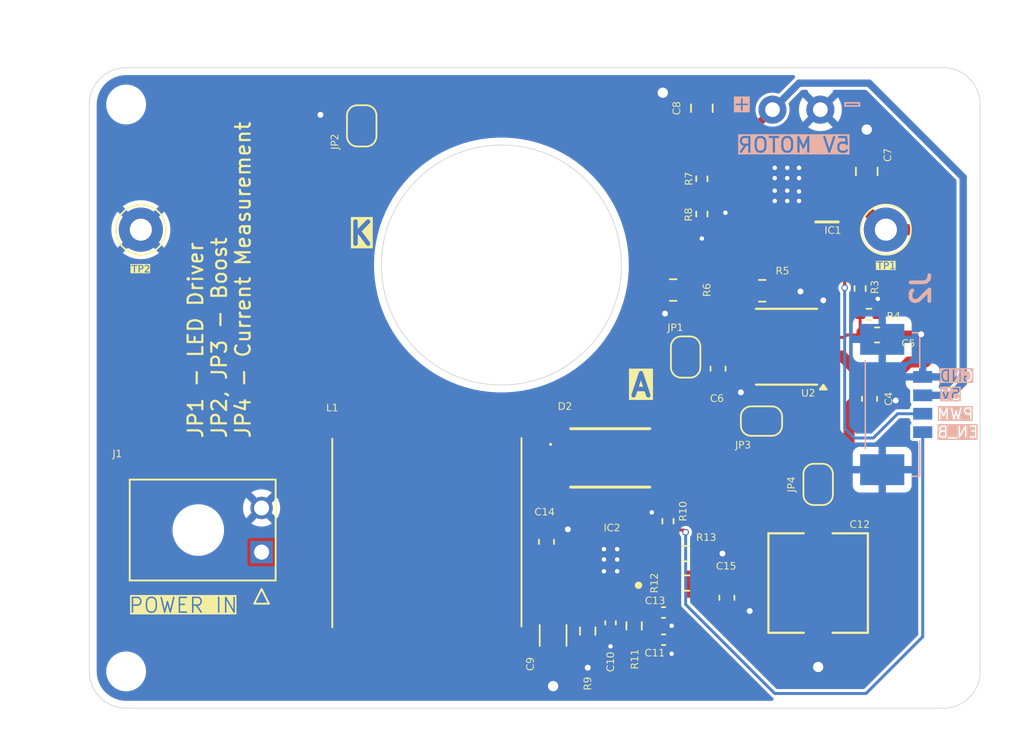
<source format=kicad_pcb>
(kicad_pcb (version 20241229) (generator "pcbnew") (generator_version "9.0")
  (layers (0 "F.Cu" signal) (2 "B.Cu" signal) (13 "F.Paste" user) (15 "B.Paste" user) (5 "F.SilkS" user "F.Silkscreen") (7 "B.SilkS" user "B.Silkscreen") (1 "F.Mask" user) (3 "B.Mask" user) (25 "Edge.Cuts" user))
  (net 0 "")
  (net 1 "GND")
  (net 2 "6V")
  (net 3 "Net-(U2-EN)")
  (net 4 "/LED Driver/ANODE")
  (net 5 "5V")
  (net 6 "V_BAT")
  (net 7 "Net-(IC2-SS)")
  (net 8 "Net-(IC2-COMP)")
  (net 9 "/LED Driver/CATHODE")
  (net 10 "Net-(D1-A)")
  (net 11 "Net-(IC1-FB)")
  (net 15 "Net-(IC2-CLRES{slash}FREQ)")
  (net 16 "GPIO_BOOST_EN")
  (net 17 "Net-(IC2-FB)")
  (net 18 "GPIO_PWM_LED")
  (net 19 "Net-(C11-Pad1)")
  (net 20 "Net-(D2-COM_K)")
  (net 21 "Net-(D2-A_1)")
  (footprint "Resistor_SMD:R_0402_1005Metric_Pad0.72x0.64mm_HandSolder" (layer "F.Cu") (at 101.1 43.94 -90)
    (property "Reference" "R8" (at 0.035 0.875 90) (layer "F.SilkS") (effects (font (size 0.5 0.5) (thickness 0.1))))
    (property "Value" "30.1k")
    (pad "1" smd roundrect (at -0.5975 0 270) (size 0.715 0.64) (layers "F.Cu" "F.Mask" "F.Paste") (net 11 "Net-(IC1-FB)"))
    (pad "2" smd roundrect (at 0.5975 0 270) (size 0.715 0.64) (layers "F.Cu" "F.Mask" "F.Paste") (net 1 "GND"))
  )
  (footprint "pcb_front_footprints:LED_Cree-XHP50_6V" (layer "F.Cu") (at 87.488447 47.399999 180)
    (property "Reference" "D1" (hide yes))
    (property "Value" "LED_Cree_XHP50_6V" (hide yes))
    (pad "1" smd circle (at 9.5 5 270) (size 3 3) (layers "F.Cu" "F.Mask" "F.Paste") (net 9 "/LED Driver/CATHODE"))
    (pad "2" smd circle (at -9.5 -5 270) (size 3 3) (layers "F.Cu" "F.Mask" "F.Paste") (net 10 "Net-(D1-A)"))
  )
  (footprint "Resistor_SMD:R_0603_1608Metric_Pad0.98x0.95mm_HandSolder" (layer "F.Cu") (at 96.5 71.9125 -90)
    (property "Reference" "R11" (at 2.2625 -0.075 270) (layer "F.SilkS") (effects (font (size 0.5 0.5) (thickness 0.1))))
    (property "Value" "4.22k")
    (pad "1" smd roundrect (at -0.9125 0 270) (size 0.975 0.95) (layers "F.Cu" "F.Mask" "F.Paste") (net 8 "Net-(IC2-COMP)"))
    (pad "2" smd roundrect (at 0.9125 0 270) (size 0.975 0.95) (layers "F.Cu" "F.Mask" "F.Paste") (net 19 "Net-(C11-Pad1)"))
  )
  (footprint "pcb_front_footprints:connection_pad" (layer "F.Cu") (at 105.9 36.85)
    (property "Reference" "REF**" (hide yes))
    (property "Value" "connection_pad")
    (pad "1" thru_hole circle (at 0 0) (size 1.905 1.905) (drill 1) (layers "*.Cu" "*.Mask") (net 5 "5V"))
  )
  (footprint "TestPoint:TestPoint_Loop_D2.54mm_Drill1.5mm_Beaded" (layer "F.Cu") (at 63 45)
    (property "Reference" "TP2" (at 0 2.7 0) (layer "F.SilkS" knockout) (effects (font (size 0.5 0.5) (thickness 0.1))))
    (property "Value" "TestPoint")
    (pad "1" thru_hole circle (at 0 0) (size 3 3) (drill 1.5) (layers "*.Cu" "*.Mask") (net 1 "GND"))
  )
  (footprint "Capacitor_SMD:C_0603_1608Metric_Pad1.08x0.95mm_HandSolder" (layer "F.Cu") (at 113 52.15)
    (property "Reference" "C5" (at 2.125 0.6 0) (layer "F.SilkS") (effects (font (size 0.5 0.5) (thickness 0.1))))
    (property "Value" "100p")
    (pad "1" smd roundrect (at -0.8625 0) (size 1.075 0.95) (layers "F.Cu" "F.Mask" "F.Paste") (net 3 "Net-(U2-EN)"))
    (pad "2" smd roundrect (at 0.8625 0) (size 1.075 0.95) (layers "F.Cu" "F.Mask" "F.Paste") (net 1 "GND"))
  )
  (footprint "Jumper:SolderJumper-2_P1.3mm_Open_RoundedPad1.0x1.5mm" (layer "F.Cu") (at 109 62.3 90)
    (property "Reference" "JP4" (at 0 -1.8 90) (layer "F.SilkS") (effects (font (size 0.5 0.5) (thickness 0.1))))
    (property "Value" "SolderJumper_2_Open")
    (pad "1" smd custom (at -0.65 0 90) (size 1 0.5) (layers "F.Cu" "F.Mask") (net 20 "Net-(D2-COM_K)") (options (clearance outline) (anchor rect)) (primitives (gr_circle (center 0 0.25) (end 0.5 0.25) (width 0) (fill yes)) (gr_circle (center 0 -0.25) (end 0.5 -0.25) (width 0) (fill yes)) (gr_poly (pts (xy 0.5 0.75) (xy 0 0.75) (xy 0 -0.75) (xy 0.5 -0.75)) (width 0) (fill yes))))
    (pad "2" smd custom (at 0.65 0 90) (size 1 0.5) (layers "F.Cu" "F.Mask") (net 2 "6V") (options (clearance outline) (anchor rect)) (primitives (gr_circle (center 0 0.25) (end 0.5 0.25) (width 0) (fill yes)) (gr_circle (center 0 -0.25) (end 0.5 -0.25) (width 0) (fill yes)) (gr_poly (pts (xy 0 0.75) (xy -0.5 0.75) (xy -0.5 -0.75) (xy 0 -0.75)) (width 0) (fill yes))))
  )
  (footprint "pcb_front_footprints:WE-HCI_1350_136523" (layer "F.Cu") (at 82.5 65.5 90)
    (property "Reference" "L1" (at 8.375 -6.5 180) (layer "F.SilkS") (effects (font (size 0.5 0.5) (thickness 0.1))))
    (property "Value" "4u7" (hide yes))
    (pad "1" smd rect (at -5.25 0 90) (size 4.25 4.5) (layers "F.Cu" "F.Mask" "F.Paste") (net 6 "V_BAT"))
    (pad "2" smd rect (at 5.27 0 90) (size 4.25 4.5) (layers "F.Cu" "F.Mask" "F.Paste") (net 21 "Net-(D2-A_1)"))
  )
  (footprint "MountingHole:MountingHole_2.2mm_M2_ISO7380" (layer "F.Cu") (at 117.5 36.5)
    (property "Reference" "H2" (hide yes))
    (property "Value" "MountingHole")
    (pad "" np_thru_hole circle (at 0 0) (size 2.2 2.2) (drill 2.2) (layers "*.Cu" "*.Mask"))
  )
  (footprint "Capacitor_SMD:C_0402_1005Metric_Pad0.74x0.62mm_HandSolder" (layer "F.Cu") (at 94.9 71.7 -90)
    (property "Reference" "C10" (at 2.65 -0.025 90) (layer "F.SilkS") (effects (font (size 0.5 0.5) (thickness 0.1))))
    (property "Value" "10n")
    (pad "1" smd roundrect (at -0.5675 0 270) (size 0.735 0.62) (layers "F.Cu" "F.Mask" "F.Paste") (net 7 "Net-(IC2-SS)"))
    (pad "2" smd roundrect (at 0.5675 0 270) (size 0.735 0.62) (layers "F.Cu" "F.Mask" "F.Paste") (net 1 "GND"))
  )
  (footprint "Resistor_SMD:R_0402_1005Metric_Pad0.72x0.64mm_HandSolder" (layer "F.Cu") (at 101.1 41.54 90)
    (property "Reference" "R7" (at 0 -0.85 90) (layer "F.SilkS") (effects (font (size 0.5 0.5) (thickness 0.1))))
    (property "Value" "274k" (hide yes))
    (pad "1" smd roundrect (at -0.5975 0 90) (size 0.715 0.64) (layers "F.Cu" "F.Mask" "F.Paste") (net 11 "Net-(IC1-FB)"))
    (pad "2" smd roundrect (at 0.5975 0 90) (size 0.715 0.64) (layers "F.Cu" "F.Mask" "F.Paste") (net 5 "5V"))
  )
  (footprint "Resistor_SMD:R_0603_1608Metric_Pad0.98x0.95mm_HandSolder" (layer "F.Cu") (at 100 67)
    (property "Reference" "R13" (at 1.4 -1.075 0) (layer "F.SilkS") (effects (font (size 0.5 0.5) (thickness 0.1))))
    (property "Value" "50k")
    (pad "1" smd roundrect (at -0.9125 0) (size 0.975 0.95) (layers "F.Cu" "F.Mask" "F.Paste") (net 17 "Net-(IC2-FB)"))
    (pad "2" smd roundrect (at 0.9125 0) (size 0.975 0.95) (layers "F.Cu" "F.Mask" "F.Paste") (net 1 "GND"))
  )
  (footprint "Capacitor_SMD:C_0603_1608Metric_Pad1.08x0.95mm_HandSolder" (layer "F.Cu") (at 102.2 54.44 -90)
    (property "Reference" "C6" (at 2.05 0.075 180) (layer "F.SilkS") (effects (font (size 0.5 0.5) (thickness 0.1))))
    (property "Value" "4u7")
    (pad "1" smd roundrect (at -0.8625 0 270) (size 1.075 0.95) (layers "F.Cu" "F.Mask" "F.Paste") (net 4 "/LED Driver/ANODE"))
    (pad "2" smd roundrect (at 0.8625 0 270) (size 1.075 0.95) (layers "F.Cu" "F.Mask" "F.Paste") (net 1 "GND"))
  )
  (footprint "Capacitor_SMD:C_0402_1005Metric_Pad0.74x0.62mm_HandSolder" (layer "F.Cu") (at 98.5 72.85)
    (property "Reference" "C11" (at -0.6 0.925 0) (layer "F.SilkS") (effects (font (size 0.5 0.5) (thickness 0.1))))
    (property "Value" "22n")
    (pad "1" smd roundrect (at -0.5675 0) (size 0.735 0.62) (layers "F.Cu" "F.Mask" "F.Paste") (net 19 "Net-(C11-Pad1)"))
    (pad "2" smd roundrect (at 0.5675 0) (size 0.735 0.62) (layers "F.Cu" "F.Mask" "F.Paste") (net 1 "GND"))
  )
  (footprint "" (layer "F.Cu") (at 109.15 36.85)
    (property "Reference" "" (at 0 0 0) (layer "F.SilkS") (effects (font (size 0.5 0.5) (thickness 0.1))))
    (property "Value" "")
    (pad "1" thru_hole circle (at 0 0) (size 1.905 1.905) (drill 1) (layers "*.Cu" "*.Mask") (net 1 "GND"))
  )
  (footprint "MountingHole:MountingHole_2.2mm_M2_ISO7380" (layer "F.Cu") (at 117.5 75)
    (property "Reference" "H3" (hide yes))
    (property "Value" "MountingHole")
    (pad "" np_thru_hole circle (at 0 0) (size 2.2 2.2) (drill 2.2) (layers "*.Cu" "*.Mask"))
  )
  (footprint "Capacitor_SMD:C_0603_1608Metric_Pad1.08x0.95mm_HandSolder" (layer "F.Cu") (at 102.8 70 -90)
    (property "Reference" "C15" (at -2.125 0.05 180) (layer "F.SilkS") (effects (font (size 0.5 0.5) (thickness 0.1))))
    (property "Value" "10u")
    (pad "1" smd roundrect (at -0.8625 0 270) (size 1.075 0.95) (layers "F.Cu" "F.Mask" "F.Paste") (net 20 "Net-(D2-COM_K)"))
    (pad "2" smd roundrect (at 0.8625 0 270) (size 1.075 0.95) (layers "F.Cu" "F.Mask" "F.Paste") (net 1 "GND"))
  )
  (footprint "Capacitor_SMD:C_0805_2012Metric_Pad1.18x1.45mm_HandSolder" (layer "F.Cu") (at 112.3 41.04 90)
    (property "Reference" "C7" (at 1.115 1.45 270) (layer "F.SilkS") (effects (font (size 0.5 0.5) (thickness 0.1))))
    (property "Value" "4u7")
    (pad "1" smd roundrect (at -1.0375 0 90) (size 1.175 1.45) (layers "F.Cu" "F.Mask" "F.Paste") (roundrect_rratio 0.212766) (net 2 "6V"))
    (pad "2" smd roundrect (at 1.0375 0 90) (size 1.175 1.45) (layers "F.Cu" "F.Mask" "F.Paste") (roundrect_rratio 0.212766) (net 1 "GND"))
  )
  (footprint "pcb_front_footprints:Boost_Converter_AD" (layer "F.Cu") (at 94.95 67.5 180)
    (property "Reference" "IC2" (at -0.05 2.225 0) (layer "F.SilkS") (effects (font (size 0.5 0.5) (thickness 0.1))))
    (property "Value" "ADP1614ACPZ-1.3-R7" (hide yes))
    (pad "1" smd rect (at -1.45 -1 270) (size 0.3 0.8) (layers "F.Cu" "F.Mask" "F.Paste") (net 8 "Net-(IC2-COMP)"))
    (pad "2" smd rect (at -1.45 -0.5 270) (size 0.3 0.8) (layers "F.Cu" "F.Mask" "F.Paste") (net 17 "Net-(IC2-FB)"))
    (pad "3" smd rect (at -1.45 0 270) (size 0.3 0.8) (layers "F.Cu" "F.Mask" "F.Paste") (net 16 "GPIO_BOOST_EN"))
    (pad "4" smd rect (at -1.45 0.5 270) (size 0.3 0.8) (layers "F.Cu" "F.Mask" "F.Paste") (net 1 "GND"))
    (pad "5" smd rect (at -1.45 1 270) (size 0.3 0.8) (layers "F.Cu" "F.Mask" "F.Paste") (net 1 "GND"))
    (pad "6" smd rect (at 1.45 1 270) (size 0.3 0.8) (layers "F.Cu" "F.Mask" "F.Paste") (net 21 "Net-(D2-A_1)"))
    (pad "7" smd rect (at 1.45 0.5 270) (size 0.3 0.8) (layers "F.Cu" "F.Mask" "F.Paste") (net 21 "Net-(D2-A_1)"))
    (pad "8" smd rect (at 1.45 0 270) (size 0.3 0.8) (layers "F.Cu" "F.Mask" "F.Paste") (net 6 "V_BAT"))
    (pad "9" smd rect (at 1.45 -0.5 270) (size 0.3 0.8) (layers "F.Cu" "F.Mask" "F.Paste") (net 15 "Net-(IC2-CLRES{slash}FREQ)"))
    (pad "10" smd rect (at 1.45 -1 270) (size 0.3 0.8) (layers "F.Cu" "F.Mask" "F.Paste") (net 7 "Net-(IC2-SS)"))
    (pad "11" smd rect (at 0 0 180) (size 1.74 2.48) (layers "F.Cu" "F.Mask" "F.Paste") (net 1 "GND"))
  )
  (footprint "Resistor_SMD:R_0402_1005Metric_Pad0.72x0.64mm_HandSolder" (layer "F.Cu") (at 98.8 64.8 90)
    (property "Reference" "R10" (at 0.675 1.05 90) (layer "F.SilkS") (effects (font (size 0.5 0.5) (thickness 0.1))))
    (property "Value" "10k")
    (pad "1" smd roundrect (at -0.5975 0 90) (size 0.715 0.64) (layers "F.Cu" "F.Mask" "F.Paste") (net 16 "GPIO_BOOST_EN"))
    (pad "2" smd roundrect (at 0.5975 0 90) (size 0.715 0.64) (layers "F.Cu" "F.Mask" "F.Paste") (net 1 "GND"))
  )
  (footprint "Capacitor_SMD:C_0805_2012Metric_Pad1.18x1.45mm_HandSolder" (layer "F.Cu") (at 101.1 36.75 90)
    (property "Reference" "C8" (at 0 -1.68 90) (layer "F.SilkS") (effects (font (size 0.5 0.5) (thickness 0.1))))
    (property "Value" "10u")
    (pad "1" smd roundrect (at -1.0375 0 90) (size 1.175 1.45) (layers "F.Cu" "F.Mask" "F.Paste") (roundrect_rratio 0.212766) (net 5 "5V"))
    (pad "2" smd roundrect (at 1.0375 0 90) (size 1.175 1.45) (layers "F.Cu" "F.Mask" "F.Paste") (roundrect_rratio 0.212766) (net 1 "GND"))
  )
  (footprint "pcb_front_footprints:CAP_RPS&slash_PA_6P3X5P7_NCH" (layer "F.Cu") (at 109 69 -90)
    (property "Reference" "C12" (at -3.95 -2.825 0) (layer "F.SilkS") (effects (font (size 0.5 0.5) (thickness 0.1))))
    (property "Value" "39u")
    (pad "1" smd rect (at -2.6797 0 270) (size 3.048 1.2954) (layers "F.Cu" "F.Mask" "F.Paste") (net 20 "Net-(D2-COM_K)"))
    (pad "2" smd rect (at 2.6797 0 270) (size 3.048 1.2954) (layers "F.Cu" "F.Mask" "F.Paste") (net 1 "GND"))
    (zone (net 0) (net_name "") (layer "F.Cu") (connect_pads (clearance 0)) (min_thickness 0.254)
      (keepout (tracks not_allowed) (vias not_allowed) (pads allowed) (copperpour not_allowed) (footprints allowed))
      (fill (thermal_gap 0.508) (thermal_bridge_width 0.508))
      (polygon (pts (xy 108.3015 65.7996) (xy 108.3015 72.2004) (xy 105.7996 72.2004) (xy 105.7996 65.7996)))
    )
    (zone (net 0) (net_name "") (layer "F.Cu") (connect_pads (clearance 0)) (min_thickness 0.254)
      (keepout (tracks not_allowed) (vias not_allowed) (pads allowed) (copperpour not_allowed) (footprints allowed))
      (fill (thermal_gap 0.508) (thermal_bridge_width 0.508))
      (polygon (pts (xy 109.6985 67.8951) (xy 109.6985 70.1049) (xy 108.3015 70.1049) (xy 108.3015 67.8951)))
    )
    (zone (net 0) (net_name "") (layer "F.Cu") (connect_pads (clearance 0)) (min_thickness 0.254)
      (keepout (tracks not_allowed) (vias not_allowed) (pads allowed) (copperpour not_allowed) (footprints allowed))
      (fill (thermal_gap 0.508) (thermal_bridge_width 0.508))
      (polygon (pts (xy 112.2004 65.7996) (xy 112.2004 72.2004) (xy 109.6985 72.2004) (xy 109.6985 65.7996)))
    )
  )
  (footprint "Capacitor_SMD:C_0603_1608Metric_Pad1.08x0.95mm_HandSolder" (layer "F.Cu") (at 112.49 56.49 -90)
    (property "Reference" "C4" (at 0 -1.325 90) (layer "F.SilkS") (effects (font (size 0.5 0.5) (thickness 0.1))))
    (property "Value" "4u7")
    (pad "1" smd roundrect (at -0.8625 0 270) (size 1.075 0.95) (layers "F.Cu" "F.Mask" "F.Paste") (net 2 "6V"))
    (pad "2" smd roundrect (at 0.8625 0 270) (size 1.075 0.95) (layers "F.Cu" "F.Mask" "F.Paste") (net 1 "GND"))
  )
  (footprint "Jumper:SolderJumper-2_P1.3mm_Open_RoundedPad1.0x1.5mm" (layer "F.Cu") (at 78 37.95 -90)
    (property "Reference" "JP2" (at 1.075 1.8 90) (layer "F.SilkS") (effects (font (size 0.5 0.5) (thickness 0.1))))
    (property "Value" "SolderJumper_2_Open" (hide yes))
    (pad "1" smd custom (at -0.65 0 270) (size 1 0.5) (layers "F.Cu" "F.Mask") (net 1 "GND") (options (clearance outline) (anchor rect)) (primitives (gr_circle (center 0 0.25) (end 0.5 0.25) (width 0) (fill yes)) (gr_circle (center 0 -0.25) (end 0.5 -0.25) (width 0) (fill yes)) (gr_poly (pts (xy 0.5 0.75) (xy 0 0.75) (xy 0 -0.75) (xy 0.5 -0.75)) (width 0) (fill yes))))
    (pad "2" smd custom (at 0.65 0 270) (size 1 0.5) (layers "F.Cu" "F.Mask") (net 9 "/LED Driver/CATHODE") (options (clearance outline) (anchor rect)) (primitives (gr_circle (center 0 0.25) (end 0.5 0.25) (width 0) (fill yes)) (gr_circle (center 0 -0.25) (end 0.5 -0.25) (width 0) (fill yes)) (gr_poly (pts (xy 0 0.75) (xy -0.5 0.75) (xy -0.5 -0.75) (xy 0 -0.75)) (width 0) (fill yes))))
  )
  (footprint "Capacitor_SMD:C_1206_3216Metric_Pad1.33x1.80mm_HandSolder" (layer "F.Cu") (at 91 72.5625 -90)
    (property "Reference" "C9" (at 1.9375 1.525 90) (layer "F.SilkS") (effects (font (size 0.5 0.5) (thickness 0.1))))
    (property "Value" "22u")
    (pad "1" smd roundrect (at -1.5625 0 270) (size 1.325 1.8) (layers "F.Cu" "F.Mask" "F.Paste") (roundrect_rratio 0.188679) (net 6 "V_BAT"))
    (pad "2" smd roundrect (at 1.5625 0 270) (size 1.325 1.8) (layers "F.Cu" "F.Mask" "F.Paste") (roundrect_rratio 0.188679) (net 1 "GND"))
  )
  (footprint "Jumper:SolderJumper-2_P1.3mm_Open_RoundedPad1.0x1.5mm" (layer "F.Cu") (at 100 53.65 -90)
    (property "Reference" "JP1" (at -1.975 0.7 180) (layer "F.SilkS") (effects (font (size 0.5 0.5) (thickness 0.1))))
    (property "Value" "SolderJumper_2_Open")
    (pad "1" smd custom (at -0.65 0 270) (size 1 0.5) (layers "F.Cu" "F.Mask") (net 4 "/LED Driver/ANODE") (options (clearance outline) (anchor rect)) (primitives (gr_circle (center 0 0.25) (end 0.5 0.25) (width 0) (fill yes)) (gr_circle (center 0 -0.25) (end 0.5 -0.25) (width 0) (fill yes)) (gr_poly (pts (xy 0.5 0.75) (xy 0 0.75) (xy 0 -0.75) (xy 0.5 -0.75)) (width 0) (fill yes))))
    (pad "2" smd custom (at 0.65 0 270) (size 1 0.5) (layers "F.Cu" "F.Mask") (net 10 "Net-(D1-A)") (options (clearance outline) (anchor rect)) (primitives (gr_circle (center 0 0.25) (end 0.5 0.25) (width 0) (fill yes)) (gr_circle (center 0 -0.25) (end 0.5 -0.25) (width 0) (fill yes)) (gr_poly (pts (xy 0 0.75) (xy -0.5 0.75) (xy -0.5 -0.75) (xy 0 -0.75)) (width 0) (fill yes))))
  )
  (footprint "Resistor_SMD:R_0402_1005Metric_Pad0.72x0.64mm_HandSolder" (layer "F.Cu") (at 111.85 49 -90)
    (property "Reference" "R3" (at -0.1 -1.025 90) (layer "F.SilkS") (effects (font (size 0.5 0.5) (thickness 0.1))))
    (property "Value" "10R")
    (pad "1" smd roundrect (at -0.5975 0 270) (size 0.715 0.64) (layers "F.Cu" "F.Mask" "F.Paste") (net 18 "GPIO_PWM_LED"))
    (pad "2" smd roundrect (at 0.5975 0 270) (size 0.715 0.64) (layers "F.Cu" "F.Mask" "F.Paste") (net 3 "Net-(U2-EN)"))
  )
  (footprint "Resistor_SMD:R_0402_1005Metric_Pad0.72x0.64mm_HandSolder" (layer "F.Cu") (at 112.45 50.75)
    (property "Reference" "R4" (at 1.675 0.15 0) (layer "F.SilkS") (effects (font (size 0.5 0.5) (thickness 0.1))))
    (property "Value" "10k")
    (pad "1" smd roundrect (at -0.5975 0) (size 0.715 0.64) (layers "F.Cu" "F.Mask" "F.Paste") (net 3 "Net-(U2-EN)"))
    (pad "2" smd roundrect (at 0.5975 0) (size 0.715 0.64) (layers "F.Cu" "F.Mask" "F.Paste") (net 1 "GND"))
  )
  (footprint "pcb_front_footprints:Schottky_Diode" (layer "F.Cu") (at 94.88 60.5)
    (property "Reference" "D2" (at -3.08 -3.475 0) (layer "F.SilkS") (effects (font (size 0.5 0.5) (thickness 0.1))))
    (property "Value" "PDS540-13" (hide yes))
    (pad "1" smd rect (at -2.862 -0.92 90) (size 1.39 1.4) (layers "F.Cu" "F.Mask" "F.Paste") (net 21 "Net-(D2-A_1)"))
    (pad "2" smd rect (at -2.862 0.92 90) (size 1.39 1.4) (layers "F.Cu" "F.Mask" "F.Paste") (net 21 "Net-(D2-A_1)"))
    (pad "3" smd rect (at 1.12 0 90) (size 3.36 4.86) (layers "F.Cu" "F.Mask" "F.Paste") (net 20 "Net-(D2-COM_K)"))
  )
  (footprint "TestPoint:TestPoint_Loop_D2.54mm_Drill1.5mm_Beaded" (layer "F.Cu") (at 113.6 45)
    (property "Reference" "TP1" (at 0.025 2.475 0) (layer "F.SilkS" knockout) (effects (font (size 0.5 0.5) (thickness 0.1))))
    (property "Value" "TestPoint")
    (pad "1" thru_hole circle (at 0 0) (size 3 3) (drill 1.5) (layers "*.Cu" "*.Mask") (net 2 "6V"))
  )
  (footprint "Jumper:SolderJumper-2_P1.3mm_Open_RoundedPad1.0x1.5mm" (layer "F.Cu") (at 105.15 58)
    (property "Reference" "JP3" (at -1.25 1.65 0) (layer "F.SilkS") (effects (font (size 0.5 0.5) (thickness 0.1))))
    (property "Value" "SolderJumper_2_Open" (hide yes))
    (pad "1" smd custom (at -0.65 0) (size 1 0.5) (layers "F.Cu" "F.Mask") (net 10 "Net-(D1-A)") (options (clearance outline) (anchor rect)) (primitives (gr_circle (center 0 0.25) (end 0.5 0.25) (width 0) (fill yes)) (gr_circle (center 0 -0.25) (end 0.5 -0.25) (width 0) (fill yes)) (gr_poly (pts (xy 0.5 0.75) (xy 0 0.75) (xy 0 -0.75) (xy 0.5 -0.75)) (width 0) (fill yes))))
    (pad "2" smd custom (at 0.65 0) (size 1 0.5) (layers "F.Cu" "F.Mask") (net 2 "6V") (options (clearance outline) (anchor rect)) (primitives (gr_circle (center 0 0.25) (end 0.5 0.25) (width 0) (fill yes)) (gr_circle (center 0 -0.25) (end 0.5 -0.25) (width 0) (fill yes)) (gr_poly (pts (xy 0 0.75) (xy -0.5 0.75) (xy -0.5 -0.75) (xy 0 -0.75)) (width 0) (fill yes))))
  )
  (footprint "Package_SO:Diodes_SO-8EP" (layer "F.Cu") (at 106.85 52.95 180)
    (property "Reference" "U2" (at -1.475 -3.175 0) (layer "F.SilkS") (effects (font (size 0.5 0.5) (thickness 0.1))))
    (property "Value" "LED_DRIVER_PAM")
    (pad "1" smd rect (at -2.4975 -1.905 180) (size 1.505 0.802) (layers "F.Cu" "F.Mask" "F.Paste"))
    (pad "2" smd rect (at -2.4975 -0.635 180) (size 1.505 0.802) (layers "F.Cu" "F.Mask" "F.Paste") (net 2 "6V"))
    (pad "3" smd rect (at -2.4975 0.635 180) (size 1.505 0.802) (layers "F.Cu" "F.Mask" "F.Paste") (net 3 "Net-(U2-EN)"))
    (pad "4" smd rect (at -2.4975 1.905 180) (size 1.505 0.802) (layers "F.Cu" "F.Mask" "F.Paste") (net 1 "GND"))
    (pad "5" smd rect (at 2.4975 1.905 180) (size 1.505 0.802) (layers "F.Cu" "F.Mask" "F.Paste"))
    (pad "6" smd rect (at 2.4975 0.635 180) (size 1.505 0.802) (layers "F.Cu" "F.Mask" "F.Paste") (net 9 "/LED Driver/CATHODE"))
    (pad "7" smd rect (at 2.4975 -0.635 180) (size 1.505 0.802) (layers "F.Cu" "F.Mask" "F.Paste") (net 4 "/LED Driver/ANODE"))
    (pad "8" smd rect (at 2.4975 -1.905 180) (size 1.505 0.802) (layers "F.Cu" "F.Mask" "F.Paste"))
    (pad "9" smd rect (at 0 0 180) (size 2.613 3.502) (layers "F.Cu" "F.Mask" "F.Paste"))
  )
  (footprint "Capacitor_SMD:C_0402_1005Metric_Pad0.74x0.62mm_HandSolder" (layer "F.Cu") (at 98.5 71)
    (property "Reference" "C13" (at -0.575 -0.775 0) (layer "F.SilkS") (effects (font (size 0.5 0.5) (thickness 0.1))))
    (property "Value" "10p")
    (pad "1" smd roundrect (at -0.5675 0) (size 0.735 0.62) (layers "F.Cu" "F.Mask" "F.Paste") (net 8 "Net-(IC2-COMP)"))
    (pad "2" smd roundrect (at 0.5675 0) (size 0.735 0.62) (layers "F.Cu" "F.Mask" "F.Paste") (net 1 "GND"))
  )
  (footprint "Capacitor_SMD:C_0603_1608Metric_Pad1.08x0.95mm_HandSolder" (layer "F.Cu") (at 90.55 66.2 90)
    (property "Reference" "C14" (at 2 -0.125 180) (layer "F.SilkS") (effects (font (size 0.5 0.5) (thickness 0.1))))
    (property "Value" "1u")
    (pad "1" smd roundrect (at -0.8625 0 90) (size 1.075 0.95) (layers "F.Cu" "F.Mask" "F.Paste") (net 6 "V_BAT"))
    (pad "2" smd roundrect (at 0.8625 0 90) (size 1.075 0.95) (layers "F.Cu" "F.Mask" "F.Paste") (net 1 "GND"))
  )
  (footprint "MountingHole:MountingHole_2.2mm_M2_ISO7380" (layer "F.Cu") (at 62 36.5)
    (property "Reference" "H1" (hide yes))
    (property "Value" "MountingHole")
    (pad "" np_thru_hole circle (at 0 0) (size 2.2 2.2) (drill 2.2) (layers "*.Cu" "*.Mask"))
  )
  (footprint "Resistor_SMD:R_0805_2012Metric_Pad1.20x1.40mm_HandSolder" (layer "F.Cu") (at 105.2 49.15)
    (property "Reference" "R5" (at 1.375 -1.325 0) (layer "F.SilkS") (effects (font (size 0.5 0.5) (thickness 0.1))))
    (property "Value" "0.1R")
    (pad "1" smd roundrect (at -1 0) (size 1.2 1.4) (layers "F.Cu" "F.Mask" "F.Paste") (roundrect_rratio 0.208333) (net 9 "/LED Driver/CATHODE"))
    (pad "2" smd roundrect (at 1 0) (size 1.2 1.4) (layers "F.Cu" "F.Mask" "F.Paste") (roundrect_rratio 0.208333) (net 1 "GND"))
  )
  (footprint "Resistor_SMD:R_0805_2012Metric_Pad1.20x1.40mm_HandSolder" (layer "F.Cu") (at 99.15 49.1 180)
    (property "Reference" "R6" (at -2.325 0 90) (layer "F.SilkS") (effects (font (size 0.5 0.5) (thickness 0.1))))
    (property "Value" "0.15R")
    (pad "1" smd roundrect (at -1 0 180) (size 1.2 1.4) (layers "F.Cu" "F.Mask" "F.Paste") (roundrect_rratio 0.208333) (net 9 "/LED Driver/CATHODE"))
    (pad "2" smd roundrect (at 1 0 180) (size 1.2 1.4) (layers "F.Cu" "F.Mask" "F.Paste") (roundrect_rratio 0.208333) (net 1 "GND"))
  )
  (footprint "Resistor_SMD:R_0603_1608Metric_Pad0.98x0.95mm_HandSolder" (layer "F.Cu") (at 100 69 180)
    (property "Reference" "R12" (at 2.1 0 90) (layer "F.SilkS") (effects (font (size 0.5 0.5) (thickness 0.1))))
    (property "Value" "191k")
    (pad "1" smd roundrect (at -0.9125 0 180) (size 0.975 0.95) (layers "F.Cu" "F.Mask" "F.Paste") (net 20 "Net-(D2-COM_K)"))
    (pad "2" smd roundrect (at 0.9125 0 180) (size 0.975 0.95) (layers "F.Cu" "F.Mask" "F.Paste") (net 17 "Net-(IC2-FB)"))
  )
  (footprint "Resistor_SMD:R_0603_1608Metric_Pad0.98x0.95mm_HandSolder" (layer "F.Cu") (at 93.35 72.2625 -90)
    (property "Reference" "R9" (at 3.5625 -0.025 90) (layer "F.SilkS") (effects (font (size 0.5 0.5) (thickness 0.1))))
    (property "Value" "59k")
    (pad "1" smd roundrect (at -0.9125 0 270) (size 0.975 0.95) (layers "F.Cu" "F.Mask" "F.Paste") (net 15 "Net-(IC2-CLRES{slash}FREQ)"))
    (pad "2" smd roundrect (at 0.9125 0 270) (size 0.975 0.95) (layers "F.Cu" "F.Mask" "F.Paste") (net 1 "GND"))
  )
  (footprint "MountingHole:MountingHole_2.2mm_M2_ISO7380" (layer "F.Cu") (at 62 75)
    (property "Reference" "H4" (hide yes))
    (property "Value" "MountingHole")
    (pad "" np_thru_hole circle (at 0 0) (size 2.2 2.2) (drill 2.2) (layers "*.Cu" "*.Mask"))
  )
  (footprint "pcb_front_footprints:215760-YY02" (layer "F.Cu") (at 71.2 66.9 -90)
    (property "Reference" "J1" (at -6.65 9.8 180) (layer "F.SilkS") (effects (font (size 0.5 0.5) (thickness 0.1))))
    (property "Value" "215760-3002" (hide yes))
    (pad "" np_thru_hole circle (at -1.5 4.3 270) (size 3 3) (drill 3) (layers "*.Cu" "*.Mask"))
    (pad "1" thru_hole rect (at 0 0 270) (size 1.52 1.52) (drill 1.02) (layers "*.Cu" "*.Mask") (net 6 "V_BAT"))
    (pad "2" thru_hole circle (at -3 0 270) (size 1.52 1.52) (drill 1.02) (layers "*.Cu" "*.Mask") (net 1 "GND"))
  )
  (footprint "pcb_front_footprints:LDO_5V" (layer "F.Cu") (at 106.888 41.895 180)
    (property "Reference" "IC1" (at -3.112 -3.18 0) (layer "F.SilkS") (effects (font (size 0.5 0.5) (thickness 0.1))))
    (property "Value" "TPS7A7001DDA" (hide yes))
    (pad "1" smd rect (at -2.712 -1.905 270) (size 0.65 1.525) (layers "F.Cu" "F.Mask" "F.Paste"))
    (pad "2" smd rect (at -2.712 -0.635 270) (size 0.65 1.525) (layers "F.Cu" "F.Mask" "F.Paste") (net 2 "6V"))
    (pad "3" smd rect (at -2.712 0.635 270) (size 0.65 1.525) (layers "F.Cu" "F.Mask" "F.Paste") (net 2 "6V"))
    (pad "4" smd rect (at -2.712 1.905 270) (size 0.65 1.525) (layers "F.Cu" "F.Mask" "F.Paste"))
    (pad "5" smd rect (at 2.712 1.905 270) (size 0.65 1.525) (layers "F.Cu" "F.Mask" "F.Paste"))
    (pad "6" smd rect (at 2.712 0.635 270) (size 0.65 1.525) (layers "F.Cu" "F.Mask" "F.Paste") (net 5 "5V"))
    (pad "7" smd rect (at 2.712 -0.635 270) (size 0.65 1.525) (layers "F.Cu" "F.Mask" "F.Paste") (net 11 "Net-(IC1-FB)"))
    (pad "8" smd rect (at 2.712 -1.905 270) (size 0.65 1.525) (layers "F.Cu" "F.Mask" "F.Paste") (net 1 "GND"))
    (pad "9" smd rect (at 0 0 180) (size 2.4 3.1) (layers "F.Cu" "F.Mask" "F.Paste") (net 1 "GND"))
  )
  (footprint "pcb_front_footprints:4_pin_molex" (layer "B.Cu") (at 115.9 56.875 90)
    (property "Reference" "J2" (at 7.875 0.075 90) (layer "B.SilkS") (effects (font (size 1.27 1.27) (thickness 0.254)) (justify mirror)))
    (property "Value" "4pin_molex" (hide yes))
    (pad "1" smd rect (at -1.875 0.2 90) (size 0.8 1.3) (layers "B.Cu" "B.Mask" "B.Paste") (net 16 "GPIO_BOOST_EN"))
    (pad "2" smd rect (at -0.625 0.2 90) (size 0.8 1.3) (layers "B.Cu" "B.Mask" "B.Paste") (net 18 "GPIO_PWM_LED"))
    (pad "3" smd rect (at 0.625 0.2 90) (size 0.8 1.3) (layers "B.Cu" "B.Mask" "B.Paste") (net 5 "5V"))
    (pad "4" smd rect (at 1.875 0.2 90) (size 0.8 1.3) (layers "B.Cu" "B.Mask" "B.Paste") (net 1 "GND"))
    (pad "5" smd rect (at -4.425 -2.55 90) (size 2.1 3) (layers "B.Cu" "B.Mask" "B.Paste") (net 1 "GND"))
    (pad "6" smd rect (at 4.425 -2.55 90) (size 2.1 3) (layers "B.Cu" "B.Mask" "B.Paste") (net 1 "GND"))
  )
  (gr_circle (center 87.488447 47.399999) (end 79.338447 47.399999) (stroke (width 0.05)) (fill no) (layer "Edge.Cuts"))
  (gr_line (start 59.5 75) (end 59.5 36.5) (stroke (width 0.05)) (layer "Edge.Cuts"))
  (gr_line (start 62 34) (end 117.5 34) (stroke (width 0.05)) (layer "Edge.Cuts"))
  (gr_arc (start 59.5 36.5) (mid 60.232233 34.732233) (end 62 34) (stroke (width 0.05)) (layer "Edge.Cuts"))
  (gr_arc (start 120 75) (mid 119.267767 76.767767) (end 117.5 77.5) (stroke (width 0.05)) (layer "Edge.Cuts"))
  (gr_arc (start 117.5 33.99998) (mid 119.267781 34.732219) (end 120.00002 36.5) (stroke (width 0.05)) (layer "Edge.Cuts"))
  (gr_arc (start 62 77.5) (mid 60.232233 76.767767) (end 59.5 75) (stroke (width 0.05)) (layer "Edge.Cuts"))
  (gr_line (start 120.00002 36.5) (end 120.00002 75) (stroke (width 0.05)) (layer "Edge.Cuts"))
  (gr_line (start 117.5 77.5) (end 62 77.5) (stroke (width 0.05)) (layer "Edge.Cuts"))
  (gr_text "POWER IN" (at 62.125 71.1 -0) (layer "F.SilkS" knockout) (effects (font (size 1 1) (thickness 0.1)) (justify left bottom)))
  (gr_text "JP1 - LED Driver \nJP2, JP3 - Boost\nJP4 - Current Measurement" (at 70.525 59.25 90) (layer "F.SilkS") (effects (font (size 1 1)) (justify left bottom)))
  (gr_text "A" (at 96.125 56.45 0) (layer "F.SilkS" knockout) (effects (font (size 1.5 1.5) (thickness 0.3) (bold yes)) (justify left bottom)))
  (gr_text "K\n" (at 77.025 46.15 0) (layer "F.SilkS" knockout) (effects (font (size 1.5 1.5) (thickness 0.3) (bold yes)) (justify left bottom)))
  (gr_text "EN_B" (at 119.875 59.175 0) (layer "B.SilkS" knockout) (effects (font (size 0.75 0.75)) (justify left bottom mirror)))
  (gr_text "GND" (at 119.55 55.375 0) (layer "B.SilkS" knockout) (effects (font (size 0.75 0.75)) (justify left bottom mirror)))
  (gr_text "5V MOTOR" (at 107.35 39.25 -0) (layer "B.SilkS" knockout) (effects (font (size 1 1)) (justify mirror)))
  (gr_text "-" (at 112 37 0) (layer "B.SilkS" knockout) (effects (font (size 1 1) (thickness 0.1)) (justify left bottom mirror)))
  (gr_text "+" (at 104.5 37 0) (layer "B.SilkS" knockout) (effects (font (size 1 1) (thickness 0.1)) (justify left bottom mirror)))
  (gr_text "PWM\n" (at 119.55 57.95 0) (layer "B.SilkS" knockout) (effects (font (size 0.75 0.75)) (justify left bottom mirror)))
  (gr_text "5V\n" (at 118.7 56.625 0) (layer "B.SilkS" knockout) (effects (font (size 0.75 0.75)) (justify left bottom mirror)))
  (segment (start 104.35 70.9) (end 102.8375 70.9) (width 0.5) (layer "F.Cu") (net 1))
  (segment (start 113.9125 52.1) (end 113.8625 52.15) (width 0.5) (layer "F.Cu") (net 1))
  (segment (start 95.35 67.4) (end 95.75 67) (width 0.2) (layer "F.Cu") (net 1))
  (segment (start 98.6 50.7) (end 98.6 49.55) (width 0.5) (layer "F.Cu") (net 1))
  (segment (start 95.35 66.7) (end 95.55 66.5) (width 0.2) (layer "F.Cu") (net 1))
  (segment (start 92 65.35) (end 90.5625 65.35) (width 0.5) (layer "F.Cu") (net 1))
  (segment (start 94.9 73.3) (end 94.9 72.2675) (width 0.2) (layer "F.Cu") (net 1))
  (segment (start 113.05 49.7) (end 113.05 50.7475) (width 0.5) (layer "F.Cu") (net 1))
  (segment (start 109.35 49.8) (end 109.35 51.0425) (width 0.5) (layer "F.Cu") (net 1))
  (segment (start 95.75 67) (end 96.4 67) (width 0.2) (layer "F.Cu") (net 1))
  (segment (start 102.2 55.8125) (end 102.2 55.3025) (width 0.5) (layer "F.Cu") (net 1))
  (segment (start 102.5 67) (end 100.9125 67) (width 0.5) (layer "F.Cu") (net 1))
  (segment (start 106.25 49.2) (end 106.2 49.15) (width 0.5) (layer "F.Cu") (net 1))
  (segment (start 98.6 49.55) (end 98.15 49.1) (width 0.5) (layer "F.Cu") (net 1))
  (segment (start 109.35 51.0425) (end 109.3475 51.045) (width 0.5) (layer "F.Cu") (net 1))
  (segment (start 75.2 37.2) (end 77.9 37.2) (width 0.75) (layer "F.Cu") (net 1))
  (segment (start 102.8375 70.9) (end 102.8 70.8625) (width 0.5) (layer "F.Cu") (net 1))
  (segment (start 95.55 66.5) (end 96.4 66.5) (width 0.2) (layer "F.Cu") (net 1))
  (segment (start 91 76) (end 91 74.125) (width 0.75) (layer "F.Cu") (net 1))
  (segment (start 99.05 72.8675) (end 99.0675 72.85) (width 0.2) (layer "F.Cu") (net 1))
  (segment (start 109 74.7) (end 109 71.6797) (width 1) (layer "F.Cu") (net 1))
  (segment (start 98.7975 64.2) (end 98.8 64.2025) (width 0.2) (layer "F.Cu") (net 1))
  (segment (start 98.45 35.7) (end 101.0875 35.7) (width 1) (layer "F.Cu") (net 1))
  (segment (start 77.9 37.2) (end 78 37.3) (width 0.75) (layer "F.Cu") (net 1))
  (segment (start 113.2425 56.6) (end 112.49 57.3525) (width 0.5) (layer "F.Cu") (net 1))
  (segment (start 99.05 71.9) (end 99.05 71.0175) (width 0.2) (layer "F.Cu") (net 1))
  (segment (start 103.75 56.05) (end 102.4375 56.05) (width 0.5) (layer "F.Cu") (net 1))
  (segment (start 116 52.1) (end 113.9125 52.1) (width 0.5) (layer "F.Cu") (net 1))
  (segment (start 104.126 43.85) (end 104.176 43.8) (width 0.2) (layer "F.Cu") (net 1))
  (segment (start 112.3 38.2) (end 112.3 40.0025) (width 1) (layer "F.Cu") (net 1))
  (segment (start 102.7 43.85) (end 104.126 43.85) (width 0.2) (layer "F.Cu") (net 1))
  (segment (start 101.0875 35.7) (end 101.1 35.7125) (width 1) (layer "F.Cu") (net 1))
  (segment (start 97.7 64.2) (end 98.7975 64.2) (width 0.2) (layer "F.Cu") (net 1))
  (segment (start 101.1 45.6) (end 101.1 44.5375) (width 0.2) (layer "F.Cu") (net 1))
  (segment (start 107.8 49.2) (end 106.25 49.2) (width 0.5) (layer "F.Cu") (net 1))
  (segment (start 99.05 73.8) (end 99.05 72.8675) (width 0.2) (layer "F.Cu") (net 1))
  (segment (start 99.05 71.0175) (end 99.0675 71) (width 0.2) (layer "F.Cu") (net 1))
  (segment (start 90.5625 65.35) (end 90.55 65.3375) (width 0.5) (layer "F.Cu") (net 1))
  (segment (start 102.4375 56.05) (end 102.2 55.8125) (width 0.5) (layer "F.Cu") (net 1))
  (segment (start 114.27 56.6) (end 113.2425 56.6) (width 0.5) (layer "F.Cu") (net 1))
  (segment (start 93.35 74.75) (end 93.35 73.175) (width 0.5) (layer "F.Cu") (net 1))
  (segment (start 113.05 50.7475) (end 113.0475 50.75) (width 0.5) (layer "F.Cu") (net 1))
  (via (at 99.05 73.8) (size 0.6) (drill 0.3) (layers "F.Cu" "B.Cu") (net 1))
  (via (at 101.1 45.6) (size 0.6) (drill 0.3) (layers "F.Cu" "B.Cu") (net 1))
  (via (at 94.45 68.2) (size 0.6) (drill 0.3) (layers "F.Cu" "B.Cu") (net 1))
  (via (at 93.35 74.75) (size 1) (drill 0.4) (layers "F.Cu" "B.Cu") (net 1))
  (via (at 106.9 41.5) (size 0.6) (drill 0.3) (layers "F.Cu" "B.Cu") (net 1))
  (via (at 97.7 64.2) (size 0.6) (drill 0.3) (layers "F.Cu" "B.Cu") (net 1))
  (via (at 102.5 67) (size 1) (drill 0.4) (layers "F.Cu" "B.Cu") (net 1))
  (via (at 94.45 66.7) (size 0.6) (drill 0.3) (layers "F.Cu" "B.Cu") (net 1))
  (via (at 113.05 49.7) (size 0.6) (drill 0.3) (layers "F.Cu" "B.Cu") (net 1))
  (via (at 116 52.1) (size 1) (drill 0.4) (layers "F.Cu" "B.Cu") (net 1))
  (via (at 114.27 56.6) (size 1) (drill 0.4) (layers "F.Cu" "B.Cu") (net 1))
  (via (at 99.05 71.9) (size 0.6) (drill 0.3) (layers "F.Cu" "B.Cu") (net 1))
  (via (at 109 74.7) (size 1.5) (drill 0.7) (layers "F.Cu" "B.Cu") (net 1))
  (via (at 106.05 43.05) (size 0.6) (drill 0.3) (layers "F.Cu" "B.Cu") (net 1))
  (via (at 94.45 67.4) (size 0.6) (drill 0.3) (layers "F.Cu" "B.Cu") (net 1))
  (via (at 98.6 50.7) (size 1) (drill 0.4) (layers "F.Cu" "B.Cu") (net 1))
  (via (at 107.8 49.2) (size 1) (drill 0.4) (layers "F.Cu" "B.Cu") (net 1))
  (via (at 92 65.35) (size 0.7) (drill 0.4) (layers "F.Cu" "B.Cu") (net 1))
  (via (at 112.3 38.2) (size 1.5) (drill 0.7) (layers "F.Cu" "B.Cu") (net 1))
  (via (at 106.05 41.5) (size 0.6) (drill 0.3) (layers "F.Cu" "B.Cu") (net 1))
  (via (at 102.7 43.85) (size 0.6) (drill 0.3) (layers "F.Cu" "B.Cu") (net 1))
  (via (at 106.9 42.35) (size 0.6) (drill 0.3) (layers "F.Cu" "B.Cu") (net 1))
  (via (at 104.35 70.9) (size 1) (drill 0.4) (layers "F.Cu" "B.Cu") (net 1))
  (via (at 107.7 42.4) (size 0.6) (drill 0.3) (layers "F.Cu" "B.Cu") (net 1))
  (via (at 94.9 73.3) (size 0.6) (drill 0.3) (layers "F.Cu" "B.Cu") (net 1))
  (via (at 107.7 43.05) (size 0.6) (drill 0.3) (layers "F.Cu" "B.Cu") (net 1))
  (via (at 75.2 37.2) (size 1) (drill 0.4) (layers "F.Cu" "B.Cu") (net 1))
  (via (at 91 76) (size 1.5) (drill 0.7) (layers "F.Cu" "B.Cu") (net 1))
  (via (at 103.75 56.05) (size 1) (drill 0.4) (layers "F.Cu" "B.Cu") (net 1))
  (via (at 106.9 40.8) (size 0.6) (drill 0.3) (layers "F.Cu" "B.Cu") (net 1))
  (via (at 95.35 67.4) (size 0.6) (drill 0.3) (layers "F.Cu" "B.Cu") (net 1))
  (via (at 109.35 49.8) (size 1) (drill 0.4) (layers "F.Cu" "B.Cu") (net 1))
  (via (at 98.45 35.7) (size 1.5) (drill 0.7) (layers "F.Cu" "B.Cu") (net 1))
  (via (at 106.05 42.35) (size 0.6) (drill 0.3) (layers "F.Cu" "B.Cu") (net 1))
  (via (at 106.05 40.8) (size 0.6) (drill 0.3) (layers "F.Cu" "B.Cu") (net 1))
  (via (at 106.9 43.05) (size 0.6) (drill 0.3) (layers "F.Cu" "B.Cu") (net 1))
  (via (at 95.35 68.2) (size 0.6) (drill 0.3) (layers "F.Cu" "B.Cu") (net 1))
  (via (at 107.7 40.8) (size 0.6) (drill 0.3) (layers "F.Cu" "B.Cu") (net 1))
  (via (at 107.7 41.5) (size 0.6) (drill 0.3) (layers "F.Cu" "B.Cu") (net 1))
  (via (at 95.35 66.7) (size 0.6) (drill 0.3) (layers "F.Cu" "B.Cu") (net 1))
  (segment (start 117.1 45.85) (end 116.25 45) (width 0.75) (layer "F.Cu") (net 2))
  (segment (start 116.2625 53.9875) (end 117.1 53.15) (width 0.75) (layer "F.Cu") (net 2))
  (segment (start 105.8 58) (end 105.78 58.02) (width 0.75) (layer "F.Cu") (net 2))
  (segment (start 116.25 45) (end 113.6 45) (width 0.75) (layer "F.Cu") (net 2))
  (segment (start 112.3 43.7) (end 113.6 45) (width 0.75) (layer "F.Cu") (net 2))
  (segment (start 112.3 42.0775) (end 112.3 43.7) (width 0.75) (layer "F.Cu") (net 2))
  (segment (start 107.62 61.65) (end 109 61.65) (width 0.75) (layer "F.Cu") (net 2))
  (segment (start 112.49 55.46) (end 110.615 53.585) (width 0.75) (layer "F.Cu") (net 2))
  (segment (start 112.49 55.6275) (end 112.49 55.46) (width 0.75) (layer "F.Cu") (net 2))
  (segment (start 105.78 58.02) (end 105.78 59.81) (width 0.75) (layer "F.Cu") (net 2))
  (segment (start 112.49 55.6275) (end 111.1 57.0175) (width 0.75) (layer "F.Cu") (net 2))
  (segment (start 110.615 53.585) (end 109.3475 53.585) (width 0.75) (layer "F.Cu") (net 2))
  (segment (start 105.78 59.81) (end 107.62 61.65) (width 0.75) (layer "F.Cu") (net 2))
  (segment (start 112.49 55.6275) (end 113.5325 55.6275) (width 0.75) (layer "F.Cu") (net 2))
  (segment (start 117.1 53.15) (end 117.1 45.85) (width 0.75) (layer "F.Cu") (net 2))
  (segment (start 111.1 57.0175) (end 111.1 59.55) (width 0.75) (layer "F.Cu") (net 2))
  (segment (start 115.1725 53.9875) (end 116.2625 53.9875) (width 0.75) (layer "F.Cu") (net 2))
  (segment (start 113.5325 55.6275) (end 115.1725 53.9875) (width 0.75) (layer "F.Cu") (net 2))
  (segment (start 111.1 59.55) (end 109 61.65) (width 0.75) (layer "F.Cu") (net 2))
  (segment (start 111.85 49.5975) (end 111.85 50.7475) (width 0.2) (layer "F.Cu") (net 3))
  (segment (start 111.8525 50.75) (end 111.8525 51.865) (width 0.2) (layer "F.Cu") (net 3))
  (segment (start 110.785 52.315) (end 109.3475 52.315) (width 0.2) (layer "F.Cu") (net 3))
  (segment (start 111.85 50.7475) (end 111.8525 50.75) (width 0.2) (layer "F.Cu") (net 3))
  (segment (start 111.8525 51.865) (end 112.1375 52.15) (width 0.2) (layer "F.Cu") (net 3))
  (segment (start 110.95 52.15) (end 110.785 52.315) (width 0.2) (layer "F.Cu") (net 3))
  (segment (start 112.1375 52.15) (end 110.95 52.15) (width 0.2) (layer "F.Cu") (net 3))
  (segment (start 101.69 53.5775) (end 102.2 53.5775) (width 0.75) (layer "F.Cu") (net 4))
  (segment (start 102.2 53.5775) (end 102.695 53.5775) (width 0.75) (layer "F.Cu") (net 4))
  (segment (start 100 53) (end 101.1125 53) (width 0.75) (layer "F.Cu") (net 4))
  (segment (start 101.1125 53) (end 101.69 53.5775) (width 0.75) (layer "F.Cu") (net 4))
  (segment (start 102.695 53.5775) (end 102.7025 53.585) (width 0.75) (layer "F.Cu") (net 4))
  (segment (start 102.7025 53.585) (end 104.3525 53.585) (width 0.75) (layer "F.Cu") (net 4))
  (segment (start 101.1 40.9425) (end 102.1125 40.9425) (width 0.5) (layer "F.Cu") (net 5))
  (segment (start 102.43 41.26) (end 104.176 41.26) (width 0.5) (layer "F.Cu") (net 5))
  (segment (start 102.1125 40.9425) (end 102.43 41.26) (width 0.5) (layer "F.Cu") (net 5))
  (segment (start 101.1 37.7875) (end 101.1 40.9425) (width 0.5) (layer "F.Cu") (net 5))
  (segment (start 104.9625 37.7875) (end 105.9 36.85) (width 0.5) (layer "F.Cu") (net 5))
  (segment (start 101.1 37.7875) (end 104.9625 37.7875) (width 0.5) (layer "F.Cu") (net 5))
  (segment (start 107.7 35.05) (end 105.9 36.85) (width 0.5) (layer "B.Cu") (net 5))
  (segment (start 118.85 41.45) (end 112.45 35.05) (width 0.5) (layer "B.Cu") (net 5))
  (segment (start 118.85 55.4) (end 118.85 41.45) (width 0.5) (layer "B.Cu") (net 5))
  (segment (start 118 56.25) (end 118.85 55.4) (width 0.5) (layer "B.Cu") (net 5))
  (segment (start 116.1 56.25) (end 118 56.25) (width 0.5) (layer "B.Cu") (net 5))
  (segment (start 112.45 35.05) (end 107.7 35.05) (width 0.5) (layer "B.Cu") (net 5))
  (segment (start 93.5 69.7325) (end 93.5 68.5) (width 0.2) (layer "F.Cu") (net 7))
  (segment (start 94.9 71.1325) (end 93.5 69.7325) (width 0.2) (layer "F.Cu") (net 7))
  (segment (start 96.5 71) (end 96.5 68.6) (width 0.2) (layer "F.Cu") (net 8))
  (segment (start 96.5 68.6) (end 96.4 68.5) (width 0.2) (layer "F.Cu") (net 8))
  (segment (start 97.9325 71) (end 96.5 71) (width 0.2) (layer "F.Cu") (net 8))
  (segment (start 92.85 37.85) (end 82.538446 37.85) (width 0.75) (layer "F.Cu") (net 9))
  (segment (start 102.38 51.71) (end 102.985 52.315) (width 0.75) (layer "F.Cu") (net 9))
  (segment (start 97.05 46.2) (end 97.05 42.05) (width 0.75) (layer "F.Cu") (net 9))
  (segment (start 102.5 47.45) (end 99.95 47.45) (width 0.75) (layer "F.Cu") (net 9))
  (segment (start 78 42.388446) (end 77.988447 42.399999) (width 1) (layer "F.Cu") (net 9))
  (segment (start 100.15 49.1) (end 100.15 47.65) (width 0.75) (layer "F.Cu") (net 9))
  (segment (start 97.05 42.05) (end 92.85 37.85) (width 0.75) (layer "F.Cu") (net 9))
  (segment (start 99.95 47.45) (end 98.3 47.45) (width 0.75) (layer "F.Cu") (net 9))
  (segment (start 100.15 49.48) (end 100.15 49.1) (width 0.75) (layer "F.Cu") (net 9))
  (segment (start 102.38 50.97) (end 102.38 51.71) (width 0.75) (layer "F.Cu") (net 9))
  (segment (start 78 38.6) (end 78 42.388446) (width 1) (layer "F.Cu") (net 9))
  (segment (start 100.15 47.65) (end 99.95 47.45) (width 0.75) (layer "F.Cu") (net 9))
  (segment (start 82.538446 37.85) (end 77.988447 42.399999) (width 0.75) (layer "F.Cu") (net 9))
  (segment (start 102.985 52.315) (end 104.3525 52.315) (width 0.75) (layer "F.Cu") (net 9))
  (segment (start 104.2 49.15) (end 102.5 47.45) (width 0.75) (layer "F.Cu") (net 9))
  (segment (start 102.38 51.71) (end 100.15 49.48) (width 0.75) (layer "F.Cu") (net 9))
  (segment (start 98.3 47.45) (end 97.05 46.2) (width 0.75) (layer "F.Cu") (net 9))
  (segment (start 104.2 49.15) (end 102.38 50.97) (width 0.75) (layer "F.Cu") (net 9))
  (segment (start 98.888448 54.3) (end 96.988447 52.399999) (width 0.75) (layer "F.Cu") (net 10))
  (segment (start 100 56.3) (end 100 54.3) (width 0.75) (layer "F.Cu") (net 10))
  (segment (start 104.5 58) (end 101.7 58) (width 0.75) (layer "F.Cu") (net 10))
  (segment (start 101.7 58) (end 100 56.3) (width 0.75) (layer "F.Cu") (net 10))
  (segment (start 100 54.3) (end 98.888448 54.3) (width 0.75) (layer "F.Cu") (net 10))
  (segment (start 102.23 42.53) (end 104.176 42.53) (width 0.2) (layer "F.Cu") (net 11))
  (segment (start 101.1 42.72) (end 102.04 42.72) (width 0.2) (layer "F.Cu") (net 11))
  (segment (start 101.1 42.1375) (end 101.1 42.72) (width 0.2) (layer "F.Cu") (net 11))
  (segment (start 101.1 42.72) (end 101.1 43.3425) (width 0.2) (layer "F.Cu") (net 11))
  (segment (start 102.04 42.72) (end 102.23 42.53) (width 0.2) (layer "F.Cu") (net 11))
  (segment (start 92.888 68) (end 93.5 68) (width 0.2) (layer "F.Cu") (net 15))
  (segment (start 92.15 69.25) (end 92.15 68.738) (width 0.2) (layer "F.Cu") (net 15))
  (segment (start 92.15 68.738) (end 92.888 68) (width 0.2) (layer "F.Cu") (net 15))
  (segment (start 93.35 70.45) (end 92.15 69.25) (width 0.2) (layer "F.Cu") (net 15))
  (segment (start 93.35 71.35) (end 93.35 70.45) (width 0.2) (layer "F.Cu") (net 15))
  (segment (start 97.6 67) (end 97.1 67.5) (width 0.2) (layer "F.Cu") (net 16))
  (segment (start 98.8 65.3975) (end 98.0525 65.3975) (width 0.2) (layer "F.Cu") (net 16))
  (segment (start 98.8025 65.4) (end 98.8 65.3975) (width 0.2) (layer "F.Cu") (net 16))
  (segment (start 98.0525 65.3975) (end 97.6 65.85) (width 0.2) (layer "F.Cu") (net 16))
  (segment (start 100 65.55) (end 99.85 65.4) (width 0.2) (layer "F.Cu") (net 16))
  (segment (start 97.1 67.5) (end 96.4 67.5) (width 0.2) (layer "F.Cu") (net 16))
  (segment (start 99.85 65.4) (end 98.8025 65.4) (width 0.2) (layer "F.Cu") (net 16))
  (segment (start 97.6 65.85) (end 97.6 67) (width 0.2) (layer "F.Cu") (net 16))
  (via (at 100 65.55) (size 0.45) (drill 0.3) (layers "F.Cu" "B.Cu") (net 16))
  (segment (start 112.25 76.5) (end 106.05 76.5) (width 0.2) (layer "B.Cu") (net 16))
  (segment (start 100 70.45) (end 100 65.55) (width 0.2) (layer "B.Cu") (net 16))
  (segment (start 116.1 72.65) (end 112.25 76.5) (width 0.2) (layer "B.Cu") (net 16))
  (segment (start 116.1 58.75) (end 116.1 72.65) (width 0.2) (layer "B.Cu") (net 16))
  (segment (start 106.05 76.5) (end 100 70.45) (width 0.2) (layer "B.Cu") (net 16))
  (segment (start 99.0875 67) (end 98.0875 68) (width 0.2) (layer "F.Cu") (net 17))
  (segment (start 98.0875 68) (end 96.4 68) (width 0.2) (layer "F.Cu") (net 17))
  (segment (start 99.0875 69) (end 98.0875 68) (width 0.2) (layer "F.Cu") (net 17))
  (segment (start 110.8 48.55) (end 110.9475 48.4025) (width 0.2) (layer "F.Cu") (net 18))
  (segment (start 110.8 48.95) (end 110.8 48.55) (width 0.2) (layer "F.Cu") (net 18))
  (segment (start 110.9475 48.4025) (end 111.85 48.4025) (width 0.2) (layer "F.Cu") (net 18))
  (via (at 110.8 48.95) (size 0.45) (drill 0.3) (layers "F.Cu" "B.Cu") (net 18))
  (segment (start 114.4 57.5) (end 116.1 57.5) (width 0.2) (layer "B.Cu") (net 18))
  (segment (start 112.75 59.15) (end 114.4 57.5) (width 0.2) (layer "B.Cu") (net 18))
  (segment (start 111.45 59.15) (end 112.75 59.15) (width 0.2) (layer "B.Cu") (net 18))
  (segment (start 110.8 48.95) (end 110.8 58.5) (width 0.2) (layer "B.Cu") (net 18))
  (segment (start 110.8 58.5) (end 111.45 59.15) (width 0.2) (layer "B.Cu") (net 18))
  (segment (start 96.525 72.85) (end 96.5 72.825) (width 0.2) (layer "F.Cu") (net 19))
  (segment (start 97.9325 72.85) (end 96.525 72.85) (width 0.2) (layer "F.Cu") (net 19))
  (segment (start 109 66.3203) (end 109 62.95) (width 1) (layer "F.Cu") (net 20))
  (zone (net 21) (net_name "Net-(D2-A_1)") (layer "F.Cu") (priority 1) (connect_pads yes (clearance 0.3)) (min_thickness 0.25) (fill yes (thermal_gap 0.5) (thermal_bridge_width 0.5))
    (polygon (pts (xy 78 57.55) (xy 78 63.75) (xy 91.34 63.75) (xy 92.75 65.16) (xy 92.75 67.2) (xy 93.95 67.2) (xy 93.95 64.06) (xy 92.9 63.01) (xy 92.9 58.05) (xy 92.9 57.55)))
  )
  (zone (net 20) (net_name "Net-(D2-COM_K)") (layer "F.Cu") (priority 3) (connect_pads yes (clearance 0.2)) (min_thickness 0.25) (fill yes (thermal_gap 0.5) (thermal_bridge_width 0.5))
    (polygon (pts (xy 93.4 57.6) (xy 93.4 62.7) (xy 93.6 62.9) (xy 101.9 62.9) (xy 104.65 65.1) (xy 104.425 67.075) (xy 103.35 68.15) (xy 100.1 68.15) (xy 100 68.25) (xy 100 69.95) (xy 100.05 70) (xy 104.5 70) (xy 105.5 69) (xy 109 69) (xy 110.8 67.35) (xy 110.8 65.05) (xy 110.3 64.55) (xy 105.95 62.85) (xy 105.15 62.2) (xy 99.5 57.55) (xy 99.5 57.6)))
  )
  (zone (net 6) (net_name "V_BAT") (layer "F.Cu") (priority 2) (connect_pads yes (clearance 0.2)) (min_thickness 0.25) (fill yes (thermal_gap 0.5) (thermal_bridge_width 0.5))
    (polygon (pts (xy 94 67.3) (xy 94 67.7) (xy 91.6 67.7) (xy 91.6 69.5) (xy 92.35 70.25) (xy 92.35 72.15) (xy 91.3 73.2) (xy 73.2 73.2) (xy 68.75 68.75) (xy 68.75 65.95) (xy 69.35 65.35) (xy 73.6 65.35) (xy 74.45 66.2) (xy 91.1 66.2) (xy 92.15 67.3)))
  )
  (zone (net 2) (net_name "6V") (layer "F.Cu") (priority 4) (connect_pads yes (clearance 0.2)) (min_thickness 0.25) (fill yes (thermal_gap 0.5) (thermal_bridge_width 0.5))
    (polygon (pts (xy 108.6 40.65) (xy 108.6 43.1) (xy 112.85 43.1) (xy 113.45 42.5) (xy 113.45 41.25) (xy 113.1 40.9) (xy 110.75 40.9) (xy 110.5 40.65)))
  )
  (zone (net 1) (net_name "GND") (layer "B.Cu") (connect_pads (clearance 0.2)) (min_thickness 0.25) (fill yes (thermal_gap 0.5) (thermal_bridge_width 0.5))
    (polygon (pts (xy 58 32.5) (xy 58 79) (xy 122 79) (xy 123 78) (xy 123 35) (xy 120.5 32.5)))
  )
)
</source>
